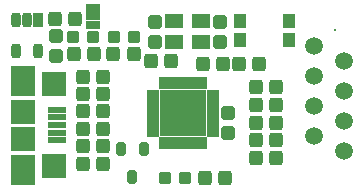
<source format=gts>
G04*
G04 #@! TF.GenerationSoftware,Altium Limited,Altium Designer,18.1.7 (191)*
G04*
G04 Layer_Color=8388736*
%FSLAX43Y43*%
%MOMM*%
G71*
G01*
G75*
G04:AMPARAMS|DCode=17|XSize=1.203mm|YSize=1.103mm|CornerRadius=0.214mm|HoleSize=0mm|Usage=FLASHONLY|Rotation=270.000|XOffset=0mm|YOffset=0mm|HoleType=Round|Shape=RoundedRectangle|*
%AMROUNDEDRECTD17*
21,1,1.203,0.675,0,0,270.0*
21,1,0.775,1.103,0,0,270.0*
1,1,0.428,-0.338,-0.388*
1,1,0.428,-0.338,0.388*
1,1,0.428,0.338,0.388*
1,1,0.428,0.338,-0.388*
%
%ADD17ROUNDEDRECTD17*%
%ADD18R,3.953X3.953*%
%ADD19R,1.053X0.503*%
%ADD20R,0.503X1.053*%
%ADD21R,1.203X0.703*%
%ADD22R,1.503X1.253*%
%ADD23R,1.603X0.603*%
%ADD24R,2.103X2.503*%
%ADD25R,2.103X2.003*%
%ADD26R,1.103X1.203*%
G04:AMPARAMS|DCode=27|XSize=1.203mm|YSize=1.103mm|CornerRadius=0.214mm|HoleSize=0mm|Usage=FLASHONLY|Rotation=0.000|XOffset=0mm|YOffset=0mm|HoleType=Round|Shape=RoundedRectangle|*
%AMROUNDEDRECTD27*
21,1,1.203,0.675,0,0,0.0*
21,1,0.775,1.103,0,0,0.0*
1,1,0.428,0.388,-0.338*
1,1,0.428,-0.388,-0.338*
1,1,0.428,-0.388,0.338*
1,1,0.428,0.388,0.338*
%
%ADD27ROUNDEDRECTD27*%
G04:AMPARAMS|DCode=28|XSize=1.003mm|YSize=1.003mm|CornerRadius=0.202mm|HoleSize=0mm|Usage=FLASHONLY|Rotation=0.000|XOffset=0mm|YOffset=0mm|HoleType=Round|Shape=RoundedRectangle|*
%AMROUNDEDRECTD28*
21,1,1.003,0.600,0,0,0.0*
21,1,0.600,1.003,0,0,0.0*
1,1,0.403,0.300,-0.300*
1,1,0.403,-0.300,-0.300*
1,1,0.403,-0.300,0.300*
1,1,0.403,0.300,0.300*
%
%ADD28ROUNDEDRECTD28*%
G04:AMPARAMS|DCode=29|XSize=0.803mm|YSize=1.203mm|CornerRadius=0.177mm|HoleSize=0mm|Usage=FLASHONLY|Rotation=180.000|XOffset=0mm|YOffset=0mm|HoleType=Round|Shape=RoundedRectangle|*
%AMROUNDEDRECTD29*
21,1,0.803,0.850,0,0,180.0*
21,1,0.450,1.203,0,0,180.0*
1,1,0.353,-0.225,0.425*
1,1,0.353,0.225,0.425*
1,1,0.353,0.225,-0.425*
1,1,0.353,-0.225,-0.425*
%
%ADD29ROUNDEDRECTD29*%
%ADD30R,0.863X1.203*%
G04:AMPARAMS|DCode=31|XSize=1.203mm|YSize=0.863mm|CornerRadius=0.267mm|HoleSize=0mm|Usage=FLASHONLY|Rotation=270.000|XOffset=0mm|YOffset=0mm|HoleType=Round|Shape=RoundedRectangle|*
%AMROUNDEDRECTD31*
21,1,1.203,0.330,0,0,270.0*
21,1,0.670,0.863,0,0,270.0*
1,1,0.533,-0.165,-0.335*
1,1,0.533,-0.165,0.335*
1,1,0.533,0.165,0.335*
1,1,0.533,0.165,-0.335*
%
%ADD31ROUNDEDRECTD31*%
%ADD32C,0.203*%
%ADD33C,1.503*%
D17*
X12250Y11000D02*
D03*
X13950D02*
D03*
X10800Y11600D02*
D03*
X9100D02*
D03*
X7450D02*
D03*
X5750D02*
D03*
X18550Y1100D02*
D03*
X16850D02*
D03*
X16650Y10800D02*
D03*
X18350D02*
D03*
X21400D02*
D03*
X19700D02*
D03*
X21150Y8800D02*
D03*
X22850D02*
D03*
X21150Y7300D02*
D03*
X22850D02*
D03*
X21150Y4300D02*
D03*
X22850D02*
D03*
X21150Y2800D02*
D03*
X22850D02*
D03*
X21150Y5800D02*
D03*
X22850D02*
D03*
X5850Y14600D02*
D03*
X4150D02*
D03*
X6550Y8200D02*
D03*
X8250D02*
D03*
X6550Y3800D02*
D03*
X8250D02*
D03*
X6550Y5300D02*
D03*
X8250D02*
D03*
X8250Y2300D02*
D03*
X6550D02*
D03*
X6550Y6800D02*
D03*
X8250D02*
D03*
X8250Y9700D02*
D03*
X6550D02*
D03*
D18*
X15000Y6600D02*
D03*
D19*
X17550Y8350D02*
D03*
Y7850D02*
D03*
Y7350D02*
D03*
Y6850D02*
D03*
Y6350D02*
D03*
Y5850D02*
D03*
Y5350D02*
D03*
Y4850D02*
D03*
X12450D02*
D03*
Y5350D02*
D03*
Y5850D02*
D03*
Y6350D02*
D03*
Y6850D02*
D03*
Y7350D02*
D03*
Y7850D02*
D03*
Y8350D02*
D03*
D20*
X16750Y4050D02*
D03*
X16250D02*
D03*
X15750D02*
D03*
X15250D02*
D03*
X14750D02*
D03*
X14250D02*
D03*
X13750D02*
D03*
X13250D02*
D03*
Y9150D02*
D03*
X13750D02*
D03*
X14250D02*
D03*
X14750D02*
D03*
X15250D02*
D03*
X15750D02*
D03*
X16250D02*
D03*
X16750D02*
D03*
D21*
X7400Y14100D02*
D03*
Y14800D02*
D03*
Y15500D02*
D03*
D22*
X16500Y14450D02*
D03*
X14200D02*
D03*
Y12600D02*
D03*
X16500D02*
D03*
D23*
X4300Y6900D02*
D03*
Y6250D02*
D03*
Y5600D02*
D03*
Y4950D02*
D03*
Y4300D02*
D03*
D24*
X1450Y9350D02*
D03*
Y1842D02*
D03*
D25*
Y6750D02*
D03*
Y4450D02*
D03*
X4050Y9100D02*
D03*
Y2100D02*
D03*
D26*
X19850Y14400D02*
D03*
X23950D02*
D03*
X19850Y12800D02*
D03*
X23950D02*
D03*
D27*
X18100Y12650D02*
D03*
Y14350D02*
D03*
X12600Y14350D02*
D03*
Y12650D02*
D03*
X18800Y4950D02*
D03*
Y6650D02*
D03*
X4200Y13130D02*
D03*
Y11430D02*
D03*
D28*
X7350Y13070D02*
D03*
X5650D02*
D03*
X15200Y1100D02*
D03*
X13500D02*
D03*
X10850Y13070D02*
D03*
X9150D02*
D03*
D29*
X10700Y1250D02*
D03*
X9750Y3550D02*
D03*
X11650D02*
D03*
D30*
X2750Y14500D02*
D03*
D31*
X1800D02*
D03*
X850D02*
D03*
X2750Y11870D02*
D03*
X850D02*
D03*
D32*
X27900Y13680D02*
D03*
D33*
X28640Y3390D02*
D03*
X26100Y4660D02*
D03*
X28640Y5930D02*
D03*
X26100Y7200D02*
D03*
X28640Y8470D02*
D03*
X26100Y9740D02*
D03*
X28640Y11010D02*
D03*
X26100Y12280D02*
D03*
M02*

</source>
